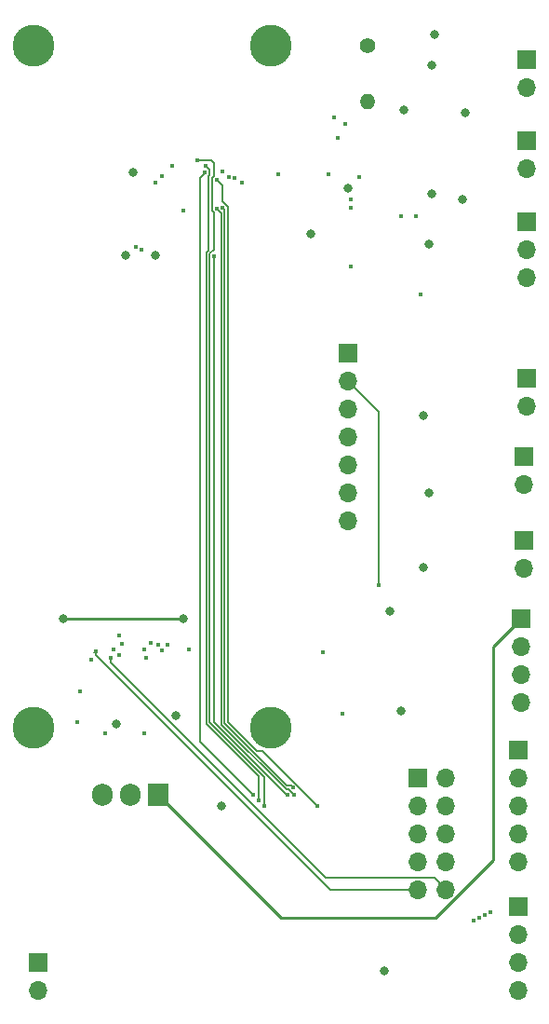
<source format=gbr>
%TF.GenerationSoftware,KiCad,Pcbnew,(5.1.9-0-10_14)*%
%TF.CreationDate,2021-11-19T16:31:04+01:00*%
%TF.ProjectId,Silviaduino,53696c76-6961-4647-9569-6e6f2e6b6963,rev?*%
%TF.SameCoordinates,Original*%
%TF.FileFunction,Copper,L3,Inr*%
%TF.FilePolarity,Positive*%
%FSLAX46Y46*%
G04 Gerber Fmt 4.6, Leading zero omitted, Abs format (unit mm)*
G04 Created by KiCad (PCBNEW (5.1.9-0-10_14)) date 2021-11-19 16:31:04*
%MOMM*%
%LPD*%
G01*
G04 APERTURE LIST*
%TA.AperFunction,ComponentPad*%
%ADD10C,3.800000*%
%TD*%
%TA.AperFunction,ComponentPad*%
%ADD11O,1.905000X2.000000*%
%TD*%
%TA.AperFunction,ComponentPad*%
%ADD12R,1.905000X2.000000*%
%TD*%
%TA.AperFunction,ComponentPad*%
%ADD13O,1.400000X1.400000*%
%TD*%
%TA.AperFunction,ComponentPad*%
%ADD14C,1.400000*%
%TD*%
%TA.AperFunction,ComponentPad*%
%ADD15O,1.700000X1.700000*%
%TD*%
%TA.AperFunction,ComponentPad*%
%ADD16R,1.700000X1.700000*%
%TD*%
%TA.AperFunction,ViaPad*%
%ADD17C,0.800000*%
%TD*%
%TA.AperFunction,ViaPad*%
%ADD18C,0.400000*%
%TD*%
%TA.AperFunction,Conductor*%
%ADD19C,0.250000*%
%TD*%
%TA.AperFunction,Conductor*%
%ADD20C,0.200000*%
%TD*%
G04 APERTURE END LIST*
D10*
%TO.N,N/C*%
%TO.C,U4*%
X132715000Y-105156000D03*
X154305000Y-105156000D03*
X132715000Y-43180000D03*
X154305000Y-43180000D03*
%TD*%
D11*
%TO.N,+5V*%
%TO.C,U1*%
X138938000Y-111252000D03*
%TO.N,RTD2IN-*%
X141478000Y-111252000D03*
D12*
%TO.N,+9V*%
X144018000Y-111252000D03*
%TD*%
D13*
%TO.N,ADS1220_IDAC1_RREF*%
%TO.C,R15*%
X163068000Y-48260000D03*
D14*
%TO.N,RTD2IN-*%
X163068000Y-43180000D03*
%TD*%
D15*
%TO.N,RTD2IN-*%
%TO.C,J12*%
X133096000Y-129032000D03*
D16*
%TO.N,+9V*%
X133096000Y-126492000D03*
%TD*%
D15*
%TO.N,PSSR_DAC_5V*%
%TO.C,J11*%
X177038000Y-102870000D03*
%TO.N,PSSR_EN_9V*%
X177038000Y-100330000D03*
%TO.N,RTD2IN-*%
X177038000Y-97790000D03*
D16*
%TO.N,+9V*%
X177038000Y-95250000D03*
%TD*%
D15*
%TO.N,UEXT_CS*%
%TO.C,J10*%
X170180000Y-119888000D03*
%TO.N,SPI5_SCK*%
X167640000Y-119888000D03*
%TO.N,SPI5_MOSI*%
X170180000Y-117348000D03*
%TO.N,SPI5_MISO*%
X167640000Y-117348000D03*
%TO.N,I2C0_SDA*%
X170180000Y-114808000D03*
%TO.N,I2C0_SCL*%
X167640000Y-114808000D03*
%TO.N,UART0_RX*%
X170180000Y-112268000D03*
%TO.N,UART0_TX*%
X167640000Y-112268000D03*
%TO.N,RTD2IN-*%
X170180000Y-109728000D03*
D16*
%TO.N,+3V3*%
X167640000Y-109728000D03*
%TD*%
D15*
%TO.N,RTD2IN-*%
%TO.C,J9*%
X176784000Y-117348000D03*
%TO.N,+3V3*%
X176784000Y-114808000D03*
%TO.N,ENC_SW*%
X176784000Y-112268000D03*
%TO.N,ENC_DT*%
X176784000Y-109728000D03*
D16*
%TO.N,ENC_CLK*%
X176784000Y-107188000D03*
%TD*%
D15*
%TO.N,BTN_BREW*%
%TO.C,J8*%
X176784000Y-129032000D03*
%TO.N,BTN_WATER*%
X176784000Y-126492000D03*
%TO.N,BTN_STEAM*%
X176784000Y-123952000D03*
D16*
%TO.N,RTD2IN-*%
X176784000Y-121412000D03*
%TD*%
D15*
%TO.N,+5V*%
%TO.C,J7*%
X177546000Y-64262000D03*
%TO.N,PXDCR_AIN*%
X177546000Y-61722000D03*
D16*
%TO.N,RTD2IN-*%
X177546000Y-59182000D03*
%TD*%
D15*
%TO.N,DISPLAY_CS*%
%TO.C,J6*%
X161290000Y-86360000D03*
%TO.N,DISPLAY_DC*%
X161290000Y-83820000D03*
%TO.N,DISPLAY_RES*%
X161290000Y-81280000D03*
%TO.N,SPI2_MOSI*%
X161290000Y-78740000D03*
%TO.N,SPI2_SCLK*%
X161290000Y-76200000D03*
%TO.N,+3V3*%
X161290000Y-73660000D03*
D16*
%TO.N,RTD2IN-*%
X161290000Y-71120000D03*
%TD*%
D15*
%TO.N,+5V*%
%TO.C,J5*%
X177292000Y-90678000D03*
D16*
%TO.N,SSR3_VNEG*%
X177292000Y-88138000D03*
%TD*%
D15*
%TO.N,+5V*%
%TO.C,J4*%
X177292000Y-83058000D03*
D16*
%TO.N,SSR2_VNEG*%
X177292000Y-80518000D03*
%TD*%
D15*
%TO.N,+5V*%
%TO.C,J3*%
X177546000Y-75946000D03*
D16*
%TO.N,SSR1_VNEG*%
X177546000Y-73406000D03*
%TD*%
D15*
%TO.N,ADS1220_IDAC1_RTD1*%
%TO.C,J2*%
X177546000Y-54356000D03*
D16*
%TO.N,RTD2IN-*%
X177546000Y-51816000D03*
%TD*%
D15*
%TO.N,ADS1220_IDAC1_RREF*%
%TO.C,J1*%
X177546000Y-46990000D03*
D16*
%TO.N,ADS1220_IDAC1_RTD1*%
X177546000Y-44450000D03*
%TD*%
D17*
%TO.N,+5V*%
X146304000Y-95250000D03*
X135382000Y-95250000D03*
%TO.N,RTD2IN-*%
X171958000Y-49276000D03*
X169164000Y-42164000D03*
X171704000Y-57150000D03*
X166370000Y-49022000D03*
X161290000Y-56134000D03*
X166116000Y-103632000D03*
X164592000Y-127254000D03*
X143764000Y-62230000D03*
X168656000Y-83820000D03*
D18*
X146812000Y-98044000D03*
D17*
X140242772Y-104867228D03*
X145585271Y-104096727D03*
X168181078Y-76799620D03*
X157904272Y-60281728D03*
X141732000Y-54702010D03*
X141084076Y-62230000D03*
D18*
X142894010Y-98844011D03*
X137893249Y-98980611D03*
D17*
X149816728Y-112311272D03*
X165071506Y-94604361D03*
X168128542Y-90641210D03*
X168656000Y-61214000D03*
D18*
X145288000Y-54102000D03*
X166116000Y-58674000D03*
%TO.N,BTN_BREW*%
X140494271Y-98546473D03*
%TO.N,BTN_WATER*%
X139954000Y-98044000D03*
%TO.N,BTN_STEAM*%
X140687150Y-97564850D03*
%TO.N,+3.3VA*%
X161544000Y-63246000D03*
X162306000Y-55118000D03*
%TO.N,+3V3*%
X159512000Y-54864000D03*
X154940000Y-54864000D03*
X164084000Y-92202000D03*
X139192000Y-105664000D03*
X142748000Y-105664000D03*
X160782000Y-103886000D03*
X159004000Y-98298000D03*
D17*
%TO.N,ADS1220_REFN0*%
X168910000Y-56642000D03*
X168910000Y-44958000D03*
D18*
%TO.N,UEXT_CS*%
X139700000Y-98806000D03*
%TO.N,SPI5_SCK*%
X138322010Y-98254998D03*
%TO.N,SPI5_MOSI*%
X140462000Y-96774000D03*
%TO.N,I2C0_SDA*%
X143764000Y-55626000D03*
%TO.N,I2C0_SCL*%
X144384148Y-55031489D03*
%TO.N,UART0_RX*%
X142494000Y-61722000D03*
%TO.N,UART0_TX*%
X141986000Y-61468000D03*
%TO.N,SDC_D0*%
X153162000Y-111760000D03*
X148336000Y-54102000D03*
%TO.N,SDC_CLK*%
X146304000Y-58166000D03*
X153670000Y-112268000D03*
X147574000Y-53594000D03*
%TO.N,V_SDCARD*%
X155751322Y-111246725D03*
X149113968Y-62308400D03*
%TO.N,SDC_CMD*%
X149374480Y-58031509D03*
X156375381Y-111278781D03*
%TO.N,SDC_D3*%
X149860000Y-57912000D03*
X156294222Y-110631922D03*
%TO.N,SDC_D2*%
X158496000Y-112268000D03*
X149352000Y-55372000D03*
%TO.N,SDC_D1*%
X148259044Y-54744656D03*
X152654000Y-111252000D03*
%TO.N,JTAG_RESET*%
X174244000Y-121920000D03*
X149860000Y-54610000D03*
%TO.N,JTAG_TDO*%
X173736000Y-122174000D03*
X151664791Y-55633416D03*
%TO.N,JTAG_TCK*%
X173228000Y-122428000D03*
X150960926Y-55224936D03*
%TO.N,JTAG_TMS*%
X172720000Y-122682000D03*
X150468999Y-55135385D03*
%TO.N,Net-(R4-Pad2)*%
X136906000Y-101854000D03*
X167493990Y-58720152D03*
%TO.N,SPI1_MISO*%
X160318076Y-51575624D03*
X144056011Y-97647508D03*
%TO.N,SPI1_MOSI*%
X143355792Y-97494089D03*
X161007150Y-50320850D03*
%TO.N,ADS1220_DRDY*%
X160056021Y-49747979D03*
X142748000Y-98044000D03*
%TO.N,ADS1220_CS*%
X161544000Y-57912000D03*
X144856023Y-97620675D03*
%TO.N,SPI1_SCLK*%
X161544000Y-57150000D03*
X144353190Y-98153787D03*
%TO.N,Net-(R17-Pad2)*%
X167894000Y-65786000D03*
X136652000Y-104648000D03*
%TD*%
D19*
%TO.N,+9V*%
X144018000Y-111252000D02*
X155194000Y-122428000D01*
X169231002Y-122428000D02*
X174498000Y-117161002D01*
X155194000Y-122428000D02*
X169231002Y-122428000D01*
X174498000Y-97790000D02*
X177038000Y-95250000D01*
X174498000Y-117161002D02*
X174498000Y-97790000D01*
%TO.N,+5V*%
X146304000Y-95250000D02*
X135382000Y-95250000D01*
D20*
%TO.N,+3V3*%
X164084000Y-76454000D02*
X161290000Y-73660000D01*
X164084000Y-92202000D02*
X164084000Y-76454000D01*
%TO.N,UEXT_CS*%
X170180000Y-119888000D02*
X169129999Y-118837999D01*
X139700000Y-99284247D02*
X139700000Y-98806000D01*
X169129999Y-118837999D02*
X159253752Y-118837999D01*
X159253752Y-118837999D02*
X139700000Y-99284247D01*
%TO.N,SPI5_SCK*%
X138176000Y-98298000D02*
X138176000Y-98298000D01*
X159672170Y-119888000D02*
X138322010Y-98537840D01*
X167640000Y-119888000D02*
X159672170Y-119888000D01*
X138322010Y-98537840D02*
X138322010Y-98254998D01*
%TO.N,SDC_D0*%
X153162000Y-111760000D02*
X153162000Y-109563394D01*
X148659046Y-54936658D02*
X148659046Y-54425046D01*
X148590000Y-61816086D02*
X148590000Y-55005704D01*
X148590000Y-55005704D02*
X148659046Y-54936658D01*
X153162000Y-109563394D02*
X148413955Y-104815349D01*
X148413955Y-104815349D02*
X148413955Y-61992130D01*
X148413955Y-61992130D02*
X148590000Y-61816086D01*
X148659046Y-54425046D02*
X148336000Y-54102000D01*
%TO.N,SDC_CLK*%
X149098000Y-61732364D02*
X149098000Y-58347033D01*
X148713966Y-104691081D02*
X148713966Y-62116398D01*
X148951998Y-55179998D02*
X149098000Y-55033996D01*
X153670000Y-109647115D02*
X148713966Y-104691081D01*
X149098000Y-55033996D02*
X149098000Y-53848000D01*
X153670000Y-112268000D02*
X153670000Y-109647115D01*
X149098000Y-58347033D02*
X148951998Y-58201031D01*
X148951998Y-58201031D02*
X148951998Y-55179998D01*
X148713966Y-62116398D02*
X149098000Y-61732364D01*
X148844000Y-53594000D02*
X147574000Y-53594000D01*
X149098000Y-53848000D02*
X148844000Y-53594000D01*
%TO.N,V_SDCARD*%
X149113968Y-104666804D02*
X149113968Y-62308400D01*
X155751322Y-111246725D02*
X155693889Y-111246725D01*
X155693889Y-111246725D02*
X149113968Y-104666804D01*
%TO.N,SDC_CMD*%
X149767978Y-104896536D02*
X155669064Y-110797621D01*
X149374480Y-58031509D02*
X149767978Y-58425007D01*
X155669064Y-110797621D02*
X155894221Y-110797621D01*
X149767978Y-58425007D02*
X149767978Y-104896536D01*
X155894221Y-110797621D02*
X156375381Y-111278781D01*
%TO.N,SDC_D3*%
X156094223Y-110431923D02*
X156294222Y-110631922D01*
X155727644Y-110431923D02*
X156094223Y-110431923D01*
X149860000Y-57912000D02*
X150067989Y-58119989D01*
X150067989Y-58119989D02*
X150067989Y-104772268D01*
X150067989Y-104772268D02*
X155727644Y-110431923D01*
%TO.N,SDC_D2*%
X158496000Y-112268000D02*
X153484001Y-107256001D01*
X153484001Y-107256001D02*
X152976001Y-107256001D01*
X150367997Y-57827995D02*
X149860000Y-57319998D01*
X150367999Y-104647999D02*
X150367997Y-57827995D01*
X152976001Y-107256001D02*
X150367999Y-104647999D01*
X149860000Y-55880000D02*
X149352000Y-55372000D01*
X149860000Y-57319998D02*
X149860000Y-55880000D01*
%TO.N,SDC_D1*%
X152654000Y-111252000D02*
X147805934Y-106403934D01*
X147805934Y-55197766D02*
X148059045Y-54944655D01*
X148059045Y-54944655D02*
X148259044Y-54744656D01*
X147805934Y-106403934D02*
X147805934Y-55197766D01*
%TD*%
M02*

</source>
